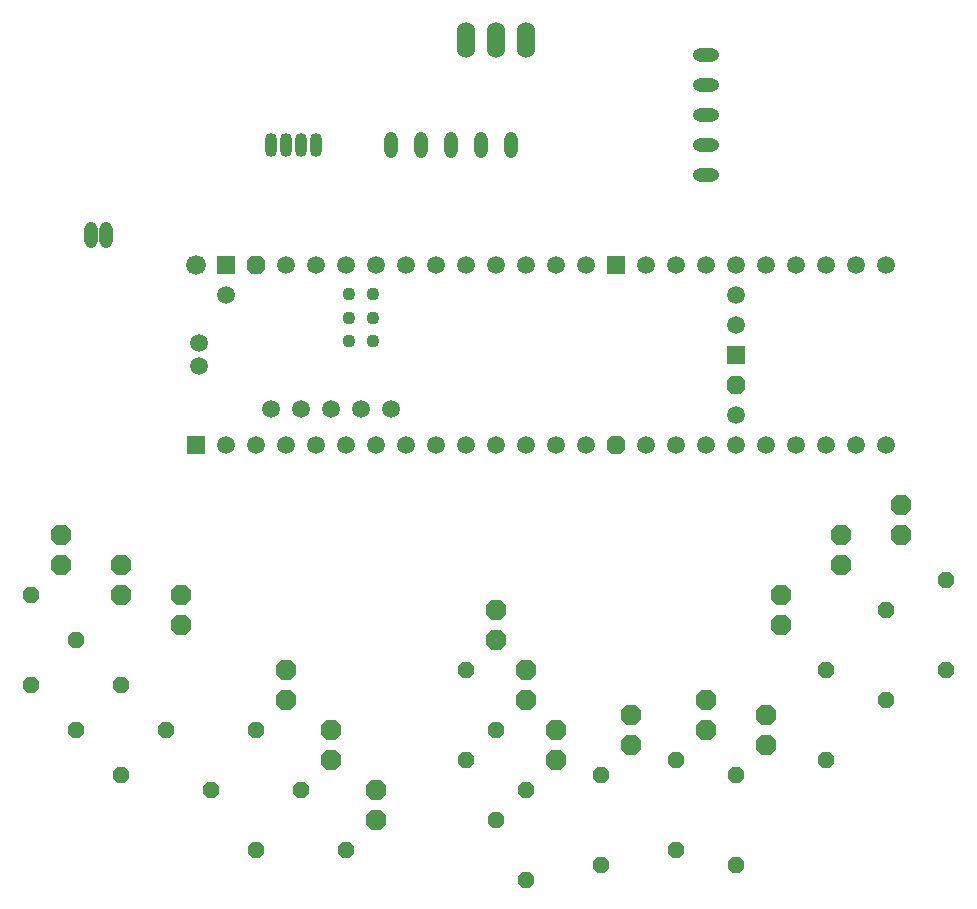
<source format=gbr>
%TF.GenerationSoftware,Altium Limited,Altium Designer,23.10.1 (27)*%
G04 Layer_Physical_Order=1*
G04 Layer_Color=255*
%FSLAX45Y45*%
%MOMM*%
%TF.SameCoordinates,F86A89F4-389E-4F6C-A475-7AF67203D636*%
%TF.FilePolarity,Positive*%
%TF.FileFunction,Copper,L1,Top,Signal*%
%TF.Part,Single*%
G01*
G75*
%TA.AperFunction,ComponentPad*%
G04:AMPARAMS|DCode=10|XSize=1.6764mm|YSize=1.6764mm|CornerRadius=0mm|HoleSize=0mm|Usage=FLASHONLY|Rotation=270.000|XOffset=0mm|YOffset=0mm|HoleType=Round|Shape=Octagon|*
%AMOCTAGOND10*
4,1,8,-0.41910,-0.83820,0.41910,-0.83820,0.83820,-0.41910,0.83820,0.41910,0.41910,0.83820,-0.41910,0.83820,-0.83820,0.41910,-0.83820,-0.41910,-0.41910,-0.83820,0.0*
%
%ADD10OCTAGOND10*%

%ADD11O,1.10795X2.21590*%
G04:AMPARAMS|DCode=12|XSize=1.3208mm|YSize=1.3208mm|CornerRadius=0mm|HoleSize=0mm|Usage=FLASHONLY|Rotation=90.000|XOffset=0mm|YOffset=0mm|HoleType=Round|Shape=Octagon|*
%AMOCTAGOND12*
4,1,8,0.33020,0.66040,-0.33020,0.66040,-0.66040,0.33020,-0.66040,-0.33020,-0.33020,-0.66040,0.33020,-0.66040,0.66040,-0.33020,0.66040,0.33020,0.33020,0.66040,0.0*
%
%ADD12OCTAGOND12*%

%ADD13O,1.52400X3.04800*%
%ADD14O,1.01600X2.03200*%
%ADD15O,2.21590X1.10795*%
%ADD16C,1.10795*%
%ADD17C,1.50800*%
%ADD18R,1.50800X1.50800*%
G04:AMPARAMS|DCode=19|XSize=1.508mm|YSize=1.508mm|CornerRadius=0mm|HoleSize=0mm|Usage=FLASHONLY|Rotation=90.000|XOffset=0mm|YOffset=0mm|HoleType=Round|Shape=Octagon|*
%AMOCTAGOND19*
4,1,8,0.37700,0.75400,-0.37700,0.75400,-0.75400,0.37700,-0.75400,-0.37700,-0.37700,-0.75400,0.37700,-0.75400,0.75400,-0.37700,0.75400,0.37700,0.37700,0.75400,0.0*
%
%ADD19OCTAGOND19*%

%ADD20C,1.67640*%
%ADD21R,1.50800X1.50800*%
G04:AMPARAMS|DCode=22|XSize=1.3208mm|YSize=1.3208mm|CornerRadius=0mm|HoleSize=0mm|Usage=FLASHONLY|Rotation=0.000|XOffset=0mm|YOffset=0mm|HoleType=Round|Shape=Octagon|*
%AMOCTAGOND22*
4,1,8,0.66040,-0.33020,0.66040,0.33020,0.33020,0.66040,-0.33020,0.66040,-0.66040,0.33020,-0.66040,-0.33020,-0.33020,-0.66040,0.33020,-0.66040,0.66040,-0.33020,0.0*
%
%ADD22OCTAGOND22*%

D10*
X1143000Y2667000D02*
D03*
Y2921000D02*
D03*
X2921000Y1524000D02*
D03*
Y1270000D02*
D03*
X6731000Y2413000D02*
D03*
Y2667000D02*
D03*
X4572000Y1778000D02*
D03*
Y2032000D02*
D03*
X1651000Y2413000D02*
D03*
Y2667000D02*
D03*
X6604000Y1397000D02*
D03*
Y1651000D02*
D03*
X4318000Y2286000D02*
D03*
Y2540000D02*
D03*
X6096000Y1524000D02*
D03*
Y1778000D02*
D03*
X3302000Y762000D02*
D03*
Y1016000D02*
D03*
X7747000Y3175000D02*
D03*
Y3429000D02*
D03*
X5461000Y1397000D02*
D03*
Y1651000D02*
D03*
X7239000Y2921000D02*
D03*
Y3175000D02*
D03*
X4826000Y1270000D02*
D03*
Y1524000D02*
D03*
X2540000Y1778000D02*
D03*
Y2032000D02*
D03*
X635000Y2921000D02*
D03*
Y3175000D02*
D03*
D11*
X3429000Y6477000D02*
D03*
X3683000D02*
D03*
X3937000D02*
D03*
X4191000D02*
D03*
X4445000D02*
D03*
X1016000Y5715000D02*
D03*
X889000D02*
D03*
D12*
X5207000Y381000D02*
D03*
Y1143000D02*
D03*
X1143000Y1905000D02*
D03*
Y1143000D02*
D03*
X6350000D02*
D03*
Y381000D02*
D03*
X4064000Y2032000D02*
D03*
Y1270000D02*
D03*
X762000Y2286000D02*
D03*
Y1524000D02*
D03*
X5842000Y1270000D02*
D03*
Y508000D02*
D03*
X381000Y2667000D02*
D03*
Y1905000D02*
D03*
X8128000Y2794000D02*
D03*
Y2032000D02*
D03*
X7620000Y2540000D02*
D03*
Y1778000D02*
D03*
X4572000Y1016000D02*
D03*
Y254000D02*
D03*
X7112000Y2032000D02*
D03*
Y1270000D02*
D03*
X4318000Y1524000D02*
D03*
Y762000D02*
D03*
D13*
X4572000Y7366000D02*
D03*
X4318000D02*
D03*
X4064000D02*
D03*
D14*
X2794000Y6477000D02*
D03*
X2667000D02*
D03*
X2540000D02*
D03*
X2413000D02*
D03*
D15*
X6096000Y6223000D02*
D03*
Y6477000D02*
D03*
Y6731000D02*
D03*
Y6985000D02*
D03*
Y7239000D02*
D03*
D16*
X3275000Y4810989D02*
D03*
Y5010988D02*
D03*
Y5210988D02*
D03*
X3075000Y4810989D02*
D03*
Y5010988D02*
D03*
Y5210988D02*
D03*
D17*
X1801012Y4599000D02*
D03*
Y4799000D02*
D03*
X5588000Y3937000D02*
D03*
X3429000Y4236999D02*
D03*
X3175000D02*
D03*
X2921000D02*
D03*
X2667000D02*
D03*
X2413000D02*
D03*
X7620000Y5461000D02*
D03*
X7366000D02*
D03*
X7112000D02*
D03*
X6858000D02*
D03*
X6604000D02*
D03*
X6350000D02*
D03*
X6096000D02*
D03*
X5842000D02*
D03*
X5588000D02*
D03*
X7620000Y3937000D02*
D03*
X7366000D02*
D03*
X7112000D02*
D03*
X6858000D02*
D03*
X6604000D02*
D03*
X6350000D02*
D03*
X6096000D02*
D03*
X5842000D02*
D03*
X2540000Y5461000D02*
D03*
X2794000D02*
D03*
X3048000D02*
D03*
X3302000D02*
D03*
X3556000D02*
D03*
X3810000D02*
D03*
X4064000D02*
D03*
X4318000D02*
D03*
X4572000D02*
D03*
X4826000D02*
D03*
X2032000Y5207000D02*
D03*
X4826000Y3937000D02*
D03*
X4572000D02*
D03*
X4318000D02*
D03*
X4064000D02*
D03*
X3810000D02*
D03*
X3556000D02*
D03*
X3302000D02*
D03*
X3048000D02*
D03*
X2794000D02*
D03*
X2540000D02*
D03*
X2286000D02*
D03*
X2032000D02*
D03*
X5080000D02*
D03*
Y5461000D02*
D03*
X6350000Y5207000D02*
D03*
Y4953000D02*
D03*
Y4191000D02*
D03*
D18*
X5334000Y5461000D02*
D03*
X6350000Y4699000D02*
D03*
X1778000Y3937000D02*
D03*
D19*
X5334000D02*
D03*
X6350000Y4445000D02*
D03*
X2286000Y5461000D02*
D03*
D20*
X1778000D02*
D03*
D21*
X2032000D02*
D03*
D22*
X3048000Y508000D02*
D03*
X2286000D02*
D03*
X2667000Y1016000D02*
D03*
X1905000D02*
D03*
X2286000Y1524000D02*
D03*
X1524000D02*
D03*
%TF.MD5,62d3f6e0cb539560877227029dd912fe*%
M02*

</source>
